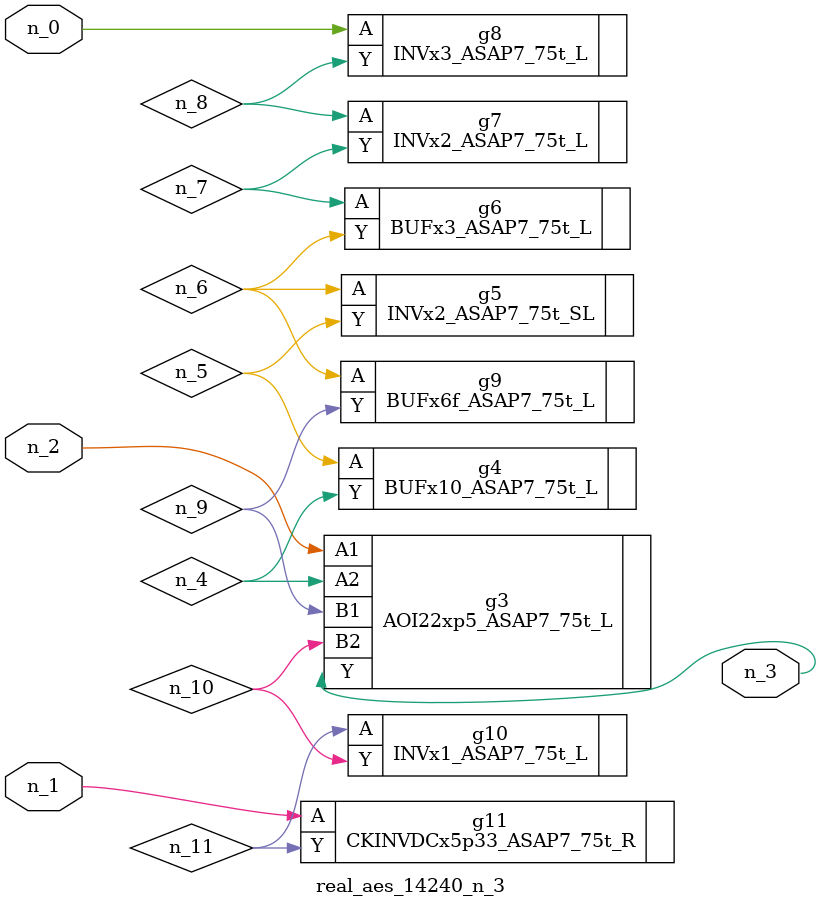
<source format=v>
module real_aes_14240_n_3 (n_0, n_2, n_1, n_3);
input n_0;
input n_2;
input n_1;
output n_3;
wire n_4;
wire n_5;
wire n_7;
wire n_9;
wire n_6;
wire n_8;
wire n_10;
wire n_11;
INVx3_ASAP7_75t_L g8 ( .A(n_0), .Y(n_8) );
CKINVDCx5p33_ASAP7_75t_R g11 ( .A(n_1), .Y(n_11) );
AOI22xp5_ASAP7_75t_L g3 ( .A1(n_2), .A2(n_4), .B1(n_9), .B2(n_10), .Y(n_3) );
BUFx10_ASAP7_75t_L g4 ( .A(n_5), .Y(n_4) );
INVx2_ASAP7_75t_SL g5 ( .A(n_6), .Y(n_5) );
BUFx6f_ASAP7_75t_L g9 ( .A(n_6), .Y(n_9) );
BUFx3_ASAP7_75t_L g6 ( .A(n_7), .Y(n_6) );
INVx2_ASAP7_75t_L g7 ( .A(n_8), .Y(n_7) );
INVx1_ASAP7_75t_L g10 ( .A(n_11), .Y(n_10) );
endmodule
</source>
